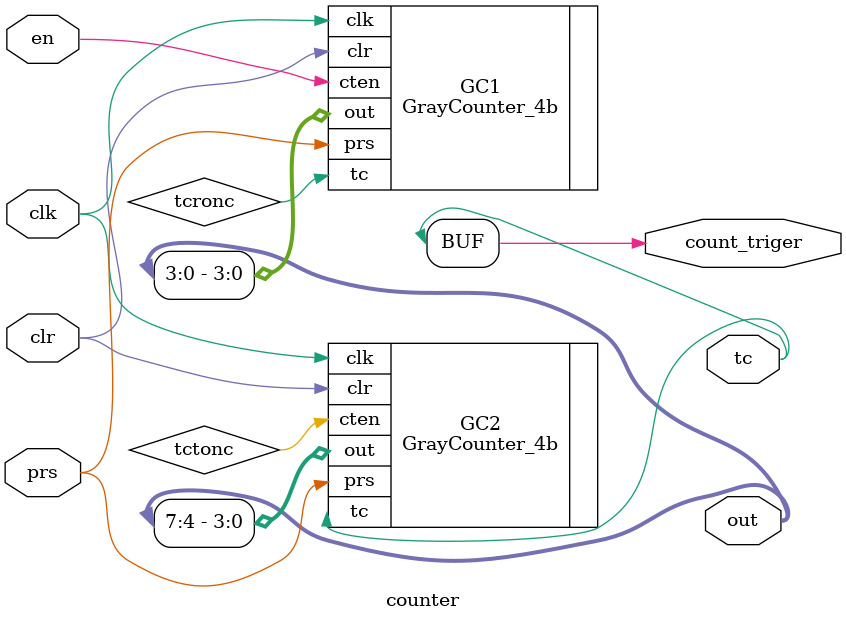
<source format=sv>
`timescale 1us/1ns

module counter (en,clk,prs,clr,out,tc, count_triger);
	input wire en;
	input wire clk;
	input wire prs;
	input wire clr;
	output wire [7:0] out;
	output wire tc;
	output wire count_triger;
	
	wire tctonc;
	

	
	//RippleCounter_4b RC1 (.clk(clk), .prs(prs), .clr(clr), .out(out[3:0]), .tc(tctonc));
	//RippleCounter_4b RC2 (.clk(tctonc), .prs(prs), .clr(clr), .out(out[7:4]),.tc(tc));
	GrayCounter_4b GC1 (.cten(en),.clk(clk),.prs(prs),.clr(clr),.out(out[3:0]),.tc(tcronc));
	GrayCounter_4b GC2 (.cten(tctonc),.clk(clk),.prs(prs),.clr(clr),.out(out[7:4]),.tc(tc)); 
	
	assign count_triger = tc;
	/*
	//fro gray to binary conversion 
	wire [7:0] wout;
	wire [6:0] xorout;
	
	//fro gray to binary conversion
	generate
		genvar i;
		for (i=7;i<=0;i--) begin
			if (i == 7) begin
				assign out [i] = wout [i];
			end else if (i == 6) begin
				xor gi (xorout[i], wout[i], wout[i+1]);
				assign  out [i] = xorout [i];
			end else begin
				xor gi (xorout[i], wout[i], xorout[i+1]);
				assign  out [i] = xorout [i];
			end
		end
		
	endgenerate
*/	
	
endmodule

	
</source>
